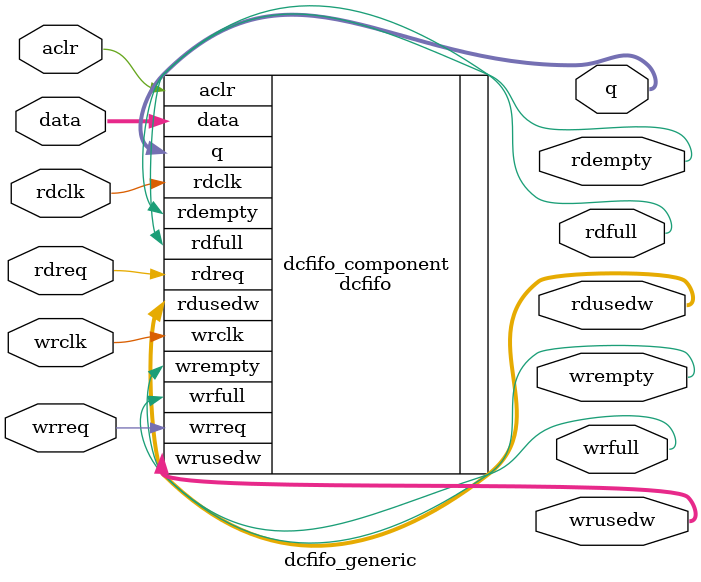
<source format=v>

`timescale 1 ps / 1 ps
// synopsys translate_on
module dcfifo_generic 
#(
	parameter WIDTH			= 16,
	parameter NUM_WORDS		= 1024,
	parameter ADDR_WIDTH	= 10,	//log2(NUM_WORDS)
	parameter SHOW_AHEAD	= "OFF"
)
(
	input						aclr,
	input	[WIDTH-1:0]			data,
	input						rdclk,
	input						rdreq,
	input						wrclk,
	input						wrreq,
	output	[WIDTH-1:0]			q,
	output						rdempty,
	output						rdfull,
	output	[ADDR_WIDTH-1:0]	rdusedw,
	output						wrempty,
	output						wrfull,
	output	[ADDR_WIDTH-1:0]	wrusedw
);

	dcfifo	dcfifo_component (
				.wrclk (wrclk),
				.rdreq (rdreq),
				.aclr (aclr),
				.rdclk (rdclk),
				.wrreq (wrreq),
				.data (data),
				.rdfull (rdfull),
				.rdempty (rdempty),
				.wrusedw (wrusedw),
				.wrfull (wrfull),
				.wrempty (wrempty),
				.q (q),
				.rdusedw (rdusedw));
	defparam
		dcfifo_component.add_ram_output_register = "OFF",
		dcfifo_component.clocks_are_synchronized = "FALSE",
		dcfifo_component.intended_device_family = "Cyclone",
		dcfifo_component.lpm_numwords = NUM_WORDS,
		dcfifo_component.lpm_showahead = SHOW_AHEAD,
		dcfifo_component.lpm_type = "dcfifo",
		dcfifo_component.lpm_width = WIDTH,
		dcfifo_component.lpm_widthu = ADDR_WIDTH,
		dcfifo_component.overflow_checking = "ON",
		dcfifo_component.underflow_checking = "ON",
		dcfifo_component.use_eab = "ON";


endmodule

</source>
